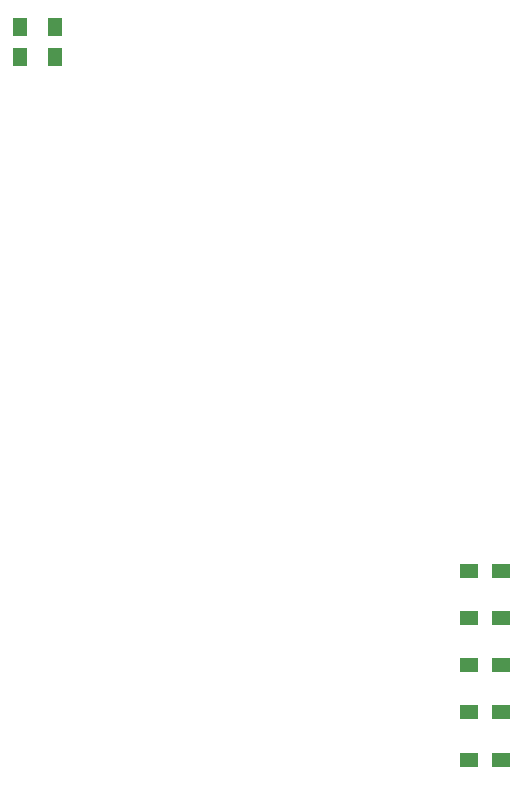
<source format=gbr>
G04 #@! TF.GenerationSoftware,KiCad,Pcbnew,5.0.1*
G04 #@! TF.CreationDate,2019-02-24T10:23:10+01:00*
G04 #@! TF.ProjectId,afterglow_gi_nano,6166746572676C6F775F67695F6E616E,rev?*
G04 #@! TF.SameCoordinates,Original*
G04 #@! TF.FileFunction,Paste,Top*
G04 #@! TF.FilePolarity,Positive*
%FSLAX46Y46*%
G04 Gerber Fmt 4.6, Leading zero omitted, Abs format (unit mm)*
G04 Created by KiCad (PCBNEW 5.0.1) date So 24 Feb 2019 10:23:10 CET*
%MOMM*%
%LPD*%
G01*
G04 APERTURE LIST*
%ADD10R,1.250000X1.500000*%
%ADD11R,1.500000X1.300000*%
G04 APERTURE END LIST*
D10*
G04 #@! TO.C,C1*
X72000000Y-43500000D03*
X72000000Y-41000000D03*
G04 #@! TD*
G04 #@! TO.C,C2*
X75000000Y-41000000D03*
X75000000Y-43500000D03*
G04 #@! TD*
D11*
G04 #@! TO.C,D1*
X112700000Y-87000000D03*
X110000000Y-87000000D03*
G04 #@! TD*
G04 #@! TO.C,D2*
X112700000Y-91000000D03*
X110000000Y-91000000D03*
G04 #@! TD*
G04 #@! TO.C,D3*
X110000000Y-95000000D03*
X112700000Y-95000000D03*
G04 #@! TD*
G04 #@! TO.C,D4*
X110000000Y-99000000D03*
X112700000Y-99000000D03*
G04 #@! TD*
G04 #@! TO.C,D5*
X110000000Y-103000000D03*
X112700000Y-103000000D03*
G04 #@! TD*
M02*

</source>
